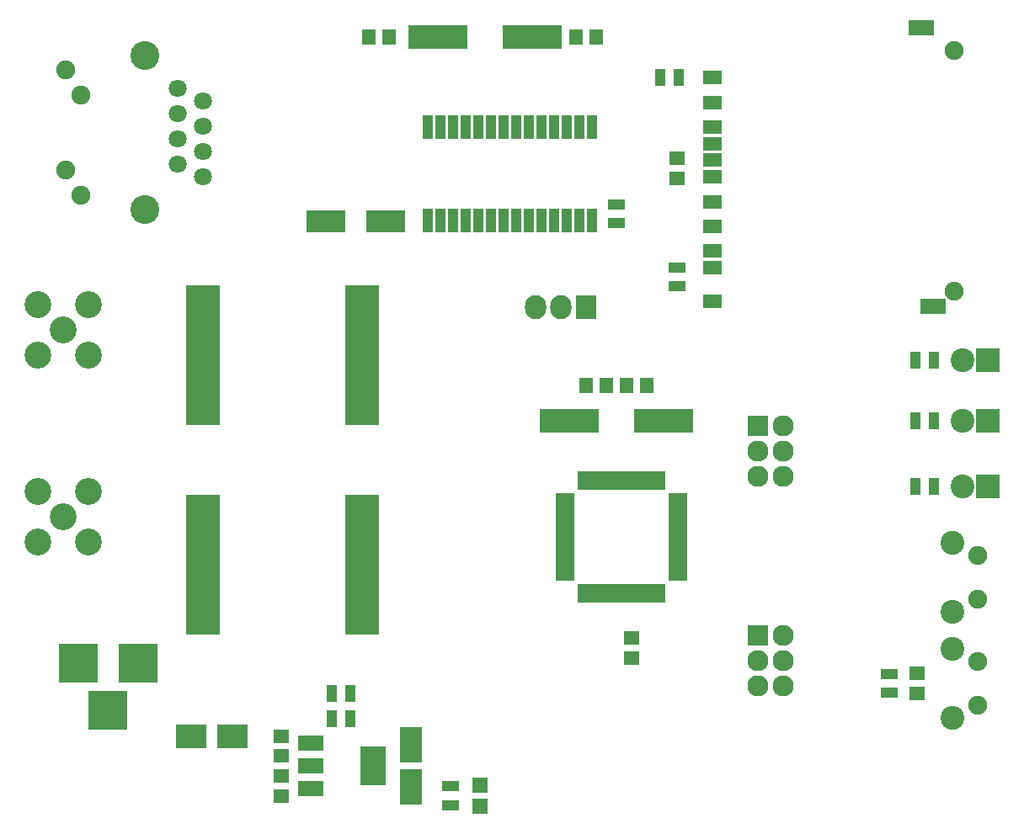
<source format=gts>
G04 #@! TF.FileFunction,Soldermask,Top*
%FSLAX46Y46*%
G04 Gerber Fmt 4.6, Leading zero omitted, Abs format (unit mm)*
G04 Created by KiCad (PCBNEW 4.0.2-stable) date 28.04.2016 23:09:56*
%MOMM*%
G01*
G04 APERTURE LIST*
%ADD10C,0.100000*%
%ADD11C,1.901140*%
%ADD12C,2.398980*%
%ADD13R,1.900000X1.400000*%
%ADD14R,2.600000X1.600000*%
%ADD15C,1.900000*%
%ADD16R,1.000000X2.400000*%
%ADD17R,3.397200X1.997660*%
%ADD18R,1.598880X1.598880*%
%ADD19C,1.800000*%
%ADD20C,2.900000*%
%ADD21R,1.650000X1.400000*%
%ADD22R,0.950000X1.900000*%
%ADD23R,1.900000X0.950000*%
%ADD24R,1.400000X1.650000*%
%ADD25R,3.900120X3.900120*%
%ADD26R,2.400000X2.400000*%
%ADD27C,2.400000*%
%ADD28R,3.051760X2.429460*%
%ADD29R,2.127200X2.127200*%
%ADD30O,2.127200X2.127200*%
%ADD31R,2.127200X2.432000*%
%ADD32O,2.127200X2.432000*%
%ADD33R,1.700000X1.100000*%
%ADD34R,1.100000X1.700000*%
%ADD35R,5.899100X2.398980*%
%ADD36C,2.700000*%
%ADD37R,2.635200X1.619200*%
%ADD38R,2.599640X3.999180*%
%ADD39R,3.900120X2.200860*%
%ADD40R,2.200860X3.549600*%
G04 APERTURE END LIST*
D10*
D11*
X198882000Y-123126500D03*
X198882000Y-118681500D03*
D12*
X196342000Y-124396500D03*
X196342000Y-117411500D03*
D13*
X172212000Y-62467000D03*
X172212000Y-64967000D03*
X172212000Y-68267000D03*
X172212000Y-69967000D03*
X172212000Y-72467000D03*
X172212000Y-74967000D03*
X172212000Y-77392000D03*
X172212000Y-79092000D03*
X172212000Y-59967000D03*
X172212000Y-66617000D03*
X172212000Y-82442000D03*
D14*
X193212000Y-54942000D03*
X194412000Y-82942000D03*
D15*
X196512000Y-57242000D03*
X196512000Y-81442000D03*
D16*
X143637000Y-74296000D03*
X144907000Y-74296000D03*
X146177000Y-74296000D03*
X147447000Y-74296000D03*
X148717000Y-74296000D03*
X149987000Y-74296000D03*
X151257000Y-74296000D03*
X152527000Y-74296000D03*
X153797000Y-74296000D03*
X155067000Y-74296000D03*
X156337000Y-74296000D03*
X157607000Y-74296000D03*
X158877000Y-74296000D03*
X160147000Y-74296000D03*
X160147000Y-64896000D03*
X158877000Y-64896000D03*
X157607000Y-64896000D03*
X156337000Y-64896000D03*
X155067000Y-64896000D03*
X153797000Y-64896000D03*
X152527000Y-64896000D03*
X151257000Y-64896000D03*
X149987000Y-64896000D03*
X148717000Y-64896000D03*
X147447000Y-64896000D03*
X146177000Y-64896000D03*
X144907000Y-64896000D03*
X143637000Y-64896000D03*
D17*
X121033540Y-81884520D03*
X121031000Y-83883500D03*
X121031000Y-85885020D03*
X121031000Y-87884000D03*
X121031000Y-89882980D03*
X121031000Y-91884500D03*
X121031000Y-93883480D03*
X137033000Y-93883480D03*
X137033000Y-91884500D03*
X137033000Y-89882980D03*
X137033000Y-87884000D03*
X137033000Y-85885020D03*
X137033000Y-83883500D03*
X137033000Y-81884520D03*
D18*
X148870000Y-133257020D03*
X148870000Y-131158980D03*
D19*
X118432000Y-63602000D03*
X118432000Y-61062000D03*
X120972000Y-62332000D03*
X120972000Y-64872000D03*
X118432000Y-66142000D03*
X120972000Y-67412000D03*
X118432000Y-68682000D03*
X120972000Y-69952000D03*
D20*
X115142000Y-57757000D03*
X115142000Y-73257000D03*
D15*
X107192000Y-69292000D03*
X108712000Y-71832000D03*
X107192000Y-59182000D03*
X108712000Y-61722000D03*
D21*
X164084000Y-118348000D03*
X164084000Y-116348000D03*
D17*
X121033540Y-102966520D03*
X121031000Y-104965500D03*
X121031000Y-106967020D03*
X121031000Y-108966000D03*
X121031000Y-110964980D03*
X121031000Y-112966500D03*
X121031000Y-114965480D03*
X137033000Y-114965480D03*
X137033000Y-112966500D03*
X137033000Y-110964980D03*
X137033000Y-108966000D03*
X137033000Y-106967020D03*
X137033000Y-104965500D03*
X137033000Y-102966520D03*
D22*
X167068000Y-100472000D03*
X166268000Y-100472000D03*
X165468000Y-100472000D03*
X164668000Y-100472000D03*
X163868000Y-100472000D03*
X163068000Y-100472000D03*
X162268000Y-100472000D03*
X161468000Y-100472000D03*
X160668000Y-100472000D03*
X159868000Y-100472000D03*
X159068000Y-100472000D03*
D23*
X157368000Y-102172000D03*
X157368000Y-102972000D03*
X157368000Y-103772000D03*
X157368000Y-104572000D03*
X157368000Y-105372000D03*
X157368000Y-106172000D03*
X157368000Y-106972000D03*
X157368000Y-107772000D03*
X157368000Y-108572000D03*
X157368000Y-109372000D03*
X157368000Y-110172000D03*
D22*
X159068000Y-111872000D03*
X159868000Y-111872000D03*
X160668000Y-111872000D03*
X161468000Y-111872000D03*
X162268000Y-111872000D03*
X163068000Y-111872000D03*
X163868000Y-111872000D03*
X164668000Y-111872000D03*
X165468000Y-111872000D03*
X166268000Y-111872000D03*
X167068000Y-111872000D03*
D23*
X168768000Y-110172000D03*
X168768000Y-109372000D03*
X168768000Y-108572000D03*
X168768000Y-107772000D03*
X168768000Y-106972000D03*
X168768000Y-106172000D03*
X168768000Y-105372000D03*
X168768000Y-104572000D03*
X168768000Y-103772000D03*
X168768000Y-102972000D03*
X168768000Y-102172000D03*
D21*
X128870000Y-126208000D03*
X128870000Y-128208000D03*
X128870000Y-132208000D03*
X128870000Y-130208000D03*
D24*
X158512000Y-55880000D03*
X160512000Y-55880000D03*
D25*
X114457480Y-118872000D03*
X108458000Y-118872000D03*
X111457740Y-123571000D03*
D26*
X199898000Y-101092000D03*
D27*
X197358000Y-101092000D03*
D26*
X199898000Y-94488000D03*
D27*
X197358000Y-94488000D03*
D28*
X119784660Y-126208000D03*
X123955340Y-126208000D03*
D29*
X176784000Y-94996000D03*
D30*
X179324000Y-94996000D03*
X176784000Y-97536000D03*
X179324000Y-97536000D03*
X176784000Y-100076000D03*
X179324000Y-100076000D03*
D29*
X176784000Y-116078000D03*
D30*
X179324000Y-116078000D03*
X176784000Y-118618000D03*
X179324000Y-118618000D03*
X176784000Y-121158000D03*
X179324000Y-121158000D03*
D31*
X159512000Y-83058000D03*
D32*
X156972000Y-83058000D03*
X154432000Y-83058000D03*
D33*
X162560000Y-74610000D03*
X162560000Y-72710000D03*
D34*
X133924000Y-121920000D03*
X135824000Y-121920000D03*
D33*
X189992000Y-119954000D03*
X189992000Y-121854000D03*
D34*
X135824000Y-124460000D03*
X133924000Y-124460000D03*
X194498000Y-94488000D03*
X192598000Y-94488000D03*
X194498000Y-101092000D03*
X192598000Y-101092000D03*
D35*
X154101800Y-55880000D03*
X144602200Y-55880000D03*
D36*
X106934000Y-85344000D03*
X109474000Y-87884000D03*
X109474000Y-82804000D03*
X104394000Y-82804000D03*
X104394000Y-87884000D03*
X106934000Y-104140000D03*
X109474000Y-106680000D03*
X109474000Y-101600000D03*
X104394000Y-101600000D03*
X104394000Y-106680000D03*
D11*
X198882000Y-112458500D03*
X198882000Y-108013500D03*
D12*
X196342000Y-113728500D03*
X196342000Y-106743500D03*
D24*
X139684000Y-55880000D03*
X137684000Y-55880000D03*
X165592000Y-90932000D03*
X163592000Y-90932000D03*
X159528000Y-90932000D03*
X161528000Y-90932000D03*
D21*
X168656000Y-68088000D03*
X168656000Y-70088000D03*
D34*
X168844000Y-59944000D03*
X166944000Y-59944000D03*
D33*
X168656000Y-79060000D03*
X168656000Y-80960000D03*
D35*
X157810200Y-94488000D03*
X167309800Y-94488000D03*
D37*
X131870000Y-126896600D03*
X131870000Y-129208000D03*
X131870000Y-131519400D03*
D38*
X138067600Y-129208000D03*
D21*
X192786000Y-121904000D03*
X192786000Y-119904000D03*
D26*
X199898000Y-88392000D03*
D27*
X197358000Y-88392000D03*
D33*
X145870000Y-131258000D03*
X145870000Y-133158000D03*
D34*
X194498000Y-88392000D03*
X192598000Y-88392000D03*
D39*
X133398260Y-74422000D03*
X139397740Y-74422000D03*
D40*
X141870000Y-127082020D03*
X141870000Y-131333980D03*
M02*

</source>
